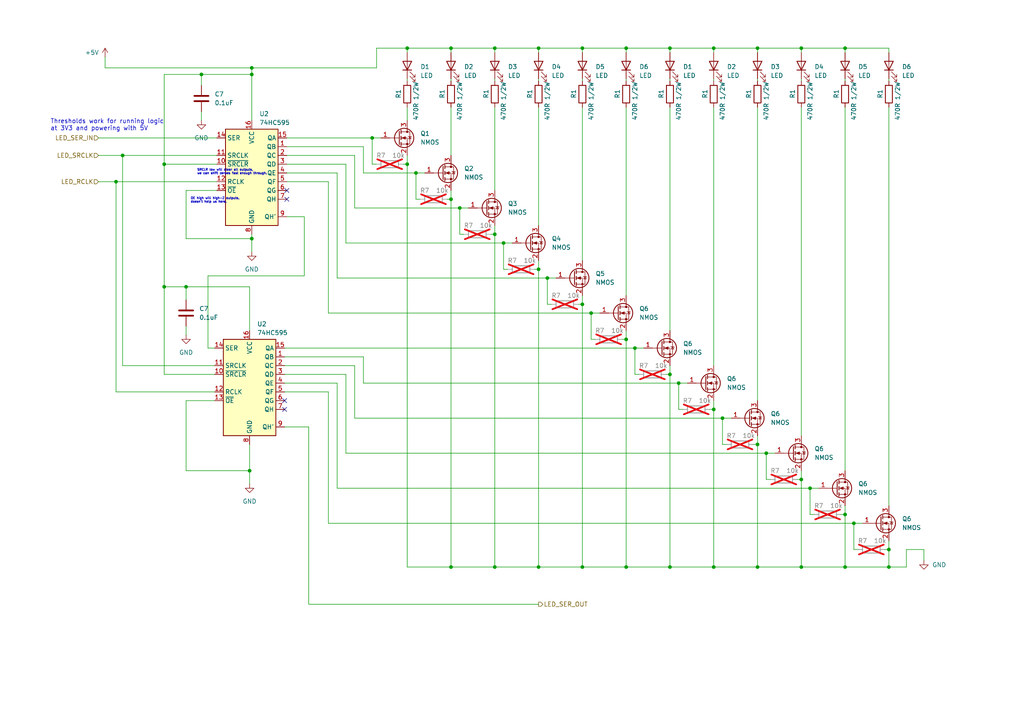
<source format=kicad_sch>
(kicad_sch (version 20230121) (generator eeschema)
  (paper "A4")
  (lib_symbols
    (symbol "74xx:74HC595"
      (property "Reference" "U" (at -7.62 13.97 0))
      (property "Value" "74HC595" (at -7.62 -16.51 0))
      (symbol "74HC595_1_0"
        (pin tri_state line (at 10.16 7.62 180) (length 2.54) (name "QB") (number "1"))
        (pin input line (at -10.16 2.54 0) (length 2.54) (name "~{SRCLR}") (number "10"))
        (pin input line (at -10.16 5.08 0) (length 2.54) (name "SRCLK") (number "11"))
        (pin input line (at -10.16 -2.54 0) (length 2.54) (name "RCLK") (number "12"))
        (pin input line (at -10.16 -5.08 0) (length 2.54) (name "~{OE}") (number "13"))
        (pin input line (at -10.16 10.16 0) (length 2.54) (name "SER") (number "14"))
        (pin tri_state line (at 10.16 10.16 180) (length 2.54) (name "QA") (number "15"))
        (pin power_in line (at 0 15.24 270) (length 2.54) (name "VCC") (number "16"))
        (pin tri_state line (at 10.16 5.08 180) (length 2.54) (name "QC") (number "2"))
        (pin tri_state line (at 10.16 2.54 180) (length 2.54) (name "QD") (number "3"))
        (pin tri_state line (at 10.16 0 180) (length 2.54) (name "QE") (number "4"))
        (pin tri_state line (at 10.16 -2.54 180) (length 2.54) (name "QF") (number "5"))
        (pin tri_state line (at 10.16 -5.08 180) (length 2.54) (name "QG") (number "6"))
        (pin tri_state line (at 10.16 -7.62 180) (length 2.54) (name "QH") (number "7"))
        (pin power_in line (at 0 -17.78 90) (length 2.54) (name "GND") (number "8"))
        (pin output line (at 10.16 -12.7 180) (length 2.54) (name "QH'") (number "9"))
      )
      (symbol "74HC595_1_1"
        (rectangle (start -7.62 12.7) (end 7.62 -15.24) (stroke (width 0.254)) (fill (type background)))
      )
    )
    (symbol "Device:C" (pin_numbers hide) (pin_names (offset 0.254))
      (property "Reference" "C" (at 0.635 2.54 0))
      (property "Value" "C" (at 0.635 -2.54 0))
      (symbol "C_0_1"
        (polyline (pts (xy -2.032 -0.762) (xy 2.032 -0.762)) (stroke (width 0.508)))
        (polyline (pts (xy -2.032 0.762) (xy 2.032 0.762)) (stroke (width 0.508)))
      )
      (symbol "C_1_1"
        (pin passive line (at 0 3.81 270) (length 2.794) (name "~") (number "1"))
        (pin passive line (at 0 -3.81 90) (length 2.794) (name "~") (number "2"))
      )
    )
    (symbol "Device:LED" (pin_numbers hide) (pin_names (offset 1.016) hide)
      (property "Reference" "D" (at 0 2.54 0))
      (property "Value" "LED" (at 0 -2.54 0))
      (symbol "LED_0_1"
        (polyline (pts (xy -1.27 -1.27) (xy -1.27 1.27)) (stroke (width 0.254)))
        (polyline (pts (xy -1.27 0) (xy 1.27 0)))
        (polyline (pts (xy 1.27 -1.27) (xy 1.27 1.27) (xy -1.27 0) (xy 1.27 -1.27)) (stroke (width 0.254)))
        (polyline (pts (xy -3.048 -0.762) (xy -4.572 -2.286) (xy -3.81 -2.286) (xy -4.572 -2.286) (xy -4.572 -1.524)))
        (polyline (pts (xy -1.778 -0.762) (xy -3.302 -2.286) (xy -2.54 -2.286) (xy -3.302 -2.286) (xy -3.302 -1.524)))
      )
      (symbol "LED_1_1"
        (pin passive line (at -3.81 0 0) (length 2.54) (name "K") (number "1"))
        (pin passive line (at 3.81 0 180) (length 2.54) (name "A") (number "2"))
      )
    )
    (symbol "Device:Q_NMOS_GSD" (pin_names (offset 0) hide)
      (property "Reference" "Q" (at 5.08 1.27 0))
      (property "Value" "Q_NMOS_GSD" (at 5.08 -1.27 0))
      (symbol "Q_NMOS_GSD_0_1"
        (polyline (pts (xy 0.254 0) (xy -2.54 0)))
        (polyline (pts (xy 0.254 1.905) (xy 0.254 -1.905)) (stroke (width 0.254)))
        (polyline (pts (xy 0.762 -1.27) (xy 0.762 -2.286)) (stroke (width 0.254)))
        (polyline (pts (xy 0.762 0.508) (xy 0.762 -0.508)) (stroke (width 0.254)))
        (polyline (pts (xy 0.762 2.286) (xy 0.762 1.27)) (stroke (width 0.254)))
        (polyline (pts (xy 2.54 2.54) (xy 2.54 1.778)))
        (polyline (pts (xy 2.54 -2.54) (xy 2.54 0) (xy 0.762 0)))
        (polyline (pts (xy 0.762 -1.778) (xy 3.302 -1.778) (xy 3.302 1.778) (xy 0.762 1.778)))
        (polyline (pts (xy 1.016 0) (xy 2.032 0.381) (xy 2.032 -0.381) (xy 1.016 0)) (fill (type outline)))
        (polyline (pts (xy 2.794 0.508) (xy 2.921 0.381) (xy 3.683 0.381) (xy 3.81 0.254)))
        (polyline (pts (xy 3.302 0.381) (xy 2.921 -0.254) (xy 3.683 -0.254) (xy 3.302 0.381)))
        (circle (center 1.651 0) (radius 2.794) (stroke (width 0.254)))
        (circle (center 2.54 -1.778) (radius 0.254) (fill (type outline)))
        (circle (center 2.54 1.778) (radius 0.254) (fill (type outline)))
      )
      (symbol "Q_NMOS_GSD_1_1"
        (pin input line (at -5.08 0 0) (length 2.54) (name "G") (number "1"))
        (pin passive line (at 2.54 -5.08 90) (length 2.54) (name "S") (number "2"))
        (pin passive line (at 2.54 5.08 270) (length 2.54) (name "D") (number "3"))
      )
    )
    (symbol "Device:R" (pin_numbers hide) (pin_names (offset 0))
      (property "Reference" "R" (at 2.032 0 90))
      (property "Value" "R" (at 0 0 90))
      (symbol "R_0_1"
        (rectangle (start -1.016 -2.54) (end 1.016 2.54) (stroke (width 0.254)))
      )
      (symbol "R_1_1"
        (pin passive line (at 0 3.81 270) (length 1.27) (name "~") (number "1"))
        (pin passive line (at 0 -3.81 90) (length 1.27) (name "~") (number "2"))
      )
    )
    (symbol "power:+5V" (power) (pin_names (offset 0))
      (property "Value" "+5V" (at 0 3.556 0))
      (symbol "+5V_0_1"
        (polyline (pts (xy -0.762 1.27) (xy 0 2.54)))
        (polyline (pts (xy 0 0) (xy 0 2.54)))
        (polyline (pts (xy 0 2.54) (xy 0.762 1.27)))
      )
      (symbol "+5V_1_1"
        (pin power_in line (at 0 0 90) (length 0) hide (name "+5V") (number "1"))
      )
    )
    (symbol "power:GND" (power) (pin_names (offset 0))
      (property "Value" "GND" (at 0 -3.81 0))
      (symbol "GND_0_1"
        (polyline (pts (xy 0 0) (xy 0 -1.27) (xy 1.27 -1.27) (xy 0 -2.54) (xy -1.27 -1.27) (xy 0 -1.27)))
      )
      (symbol "GND_1_1"
        (pin power_in line (at 0 0 270) (length 0) hide (name "GND") (number "1"))
      )
    )
  )
  (junction (at 168.91 88.265))
  (junction (at 234.95 141.605))
  (junction (at 118.11 47.625))
  (junction (at 47.625 47.625))
  (junction (at 158.75 80.645))
  (junction (at 143.51 164.465))
  (junction (at 194.31 13.97))
  (junction (at 53.975 83.185))
  (junction (at 181.61 13.97))
  (junction (at 257.81 164.465))
  (junction (at 247.65 151.765))
  (junction (at 196.85 111.125))
  (junction (at 133.35 60.325))
  (junction (at 146.05 70.485))
  (junction (at 181.61 98.425))
  (junction (at 207.01 13.97))
  (junction (at 219.71 164.465))
  (junction (at 130.81 57.785))
  (junction (at 73.025 21.59))
  (junction (at 232.41 164.465))
  (junction (at 120.65 50.165))
  (junction (at 143.51 13.97))
  (junction (at 47.625 83.185))
  (junction (at 222.25 131.445))
  (junction (at 156.21 13.97))
  (junction (at 245.11 13.97))
  (junction (at 194.31 108.585))
  (junction (at 118.11 13.97))
  (junction (at 130.81 164.465))
  (junction (at 35.56 45.085))
  (junction (at 194.31 164.465))
  (junction (at 245.11 149.225))
  (junction (at 245.11 164.465))
  (junction (at 58.42 21.59))
  (junction (at 130.81 13.97))
  (junction (at 232.41 139.065))
  (junction (at 207.01 164.465))
  (junction (at 181.61 164.465))
  (junction (at 219.71 13.97))
  (junction (at 171.45 90.805))
  (junction (at 107.95 40.005))
  (junction (at 207.01 118.745))
  (junction (at 184.15 100.965))
  (junction (at 33.655 52.705))
  (junction (at 156.21 78.105))
  (junction (at 72.39 136.525))
  (junction (at 73.025 19.685))
  (junction (at 73.025 69.215))
  (junction (at 143.51 67.945))
  (junction (at 168.91 13.97))
  (junction (at 209.55 121.285))
  (junction (at 168.91 164.465))
  (junction (at 156.21 164.465))
  (junction (at 232.41 13.97))
  (junction (at 219.71 128.905))
  (junction (at 257.81 159.385))
  (no_connect (at 82.55 116.205))
  (no_connect (at 83.185 57.785))
  (no_connect (at 82.55 118.745))
  (no_connect (at 83.185 55.245))
  (wire (pts (xy 156.21 31.115) (xy 156.21 65.405)))
  (wire (pts (xy 88.265 62.865) (xy 88.265 80.01)))
  (wire (pts (xy 219.71 128.905) (xy 219.71 164.465)))
  (wire (pts (xy 105.41 42.545) (xy 105.41 50.165)))
  (wire (pts (xy 219.71 13.97) (xy 232.41 13.97)))
  (wire (pts (xy 100.33 108.585) (xy 100.33 131.445)))
  (wire (pts (xy 100.33 108.585) (xy 82.55 108.585)))
  (wire (pts (xy 47.625 83.185) (xy 47.625 108.585)))
  (wire (pts (xy 219.71 31.115) (xy 219.71 116.205)))
  (wire (pts (xy 53.975 116.205) (xy 53.975 136.525)))
  (wire (pts (xy 257.81 22.86) (xy 257.81 23.495)))
  (wire (pts (xy 168.91 85.725) (xy 168.91 88.265)))
  (wire (pts (xy 109.22 13.97) (xy 118.11 13.97)))
  (wire (pts (xy 154.94 78.105) (xy 156.21 78.105)))
  (wire (pts (xy 118.11 22.86) (xy 118.11 23.495)))
  (wire (pts (xy 168.91 88.265) (xy 168.91 164.465)))
  (wire (pts (xy 100.33 47.625) (xy 83.185 47.625)))
  (wire (pts (xy 194.31 13.97) (xy 207.01 13.97)))
  (wire (pts (xy 53.975 55.245) (xy 53.975 69.215)))
  (wire (pts (xy 73.025 19.685) (xy 109.22 19.685)))
  (wire (pts (xy 107.95 40.005) (xy 110.49 40.005)))
  (wire (pts (xy 130.81 13.97) (xy 143.51 13.97)))
  (wire (pts (xy 47.625 21.59) (xy 58.42 21.59)))
  (wire (pts (xy 232.41 22.86) (xy 232.41 23.495)))
  (wire (pts (xy 156.21 13.97) (xy 168.91 13.97)))
  (wire (pts (xy 130.81 22.86) (xy 130.81 23.495)))
  (wire (pts (xy 58.42 32.385) (xy 58.42 34.925)))
  (wire (pts (xy 257.81 31.115) (xy 257.81 146.685)))
  (wire (pts (xy 209.55 121.285) (xy 212.09 121.285)))
  (wire (pts (xy 97.79 80.645) (xy 158.75 80.645)))
  (wire (pts (xy 28.575 40.005) (xy 62.865 40.005)))
  (wire (pts (xy 198.12 118.745) (xy 196.85 118.745)))
  (wire (pts (xy 245.11 31.115) (xy 245.11 136.525)))
  (wire (pts (xy 130.81 57.785) (xy 130.81 164.465)))
  (wire (pts (xy 100.33 70.485) (xy 146.05 70.485)))
  (wire (pts (xy 207.01 116.205) (xy 207.01 118.745)))
  (wire (pts (xy 196.85 111.125) (xy 199.39 111.125)))
  (wire (pts (xy 245.11 164.465) (xy 257.81 164.465)))
  (wire (pts (xy 234.95 149.225) (xy 234.95 141.605)))
  (wire (pts (xy 97.79 141.605) (xy 234.95 141.605)))
  (wire (pts (xy 97.79 111.125) (xy 82.55 111.125)))
  (wire (pts (xy 218.44 128.905) (xy 219.71 128.905)))
  (wire (pts (xy 33.655 113.665) (xy 62.23 113.665)))
  (wire (pts (xy 232.41 136.525) (xy 232.41 139.065)))
  (wire (pts (xy 72.39 136.525) (xy 72.39 140.335)))
  (wire (pts (xy 168.91 13.97) (xy 181.61 13.97)))
  (wire (pts (xy 158.75 80.645) (xy 161.29 80.645)))
  (wire (pts (xy 209.55 128.905) (xy 209.55 121.285)))
  (wire (pts (xy 89.535 123.825) (xy 89.535 175.26)))
  (wire (pts (xy 97.79 50.165) (xy 97.79 80.645)))
  (wire (pts (xy 181.61 95.885) (xy 181.61 98.425)))
  (wire (pts (xy 181.61 22.86) (xy 181.61 23.495)))
  (wire (pts (xy 194.31 164.465) (xy 207.01 164.465)))
  (wire (pts (xy 143.51 164.465) (xy 156.21 164.465)))
  (wire (pts (xy 143.51 13.97) (xy 156.21 13.97)))
  (wire (pts (xy 232.41 31.115) (xy 232.41 126.365)))
  (wire (pts (xy 118.11 13.97) (xy 130.81 13.97)))
  (wire (pts (xy 53.975 94.615) (xy 53.975 97.155)))
  (wire (pts (xy 82.55 106.045) (xy 102.87 106.045)))
  (wire (pts (xy 194.31 106.045) (xy 194.31 108.585)))
  (wire (pts (xy 100.33 47.625) (xy 100.33 70.485)))
  (wire (pts (xy 47.625 83.185) (xy 53.975 83.185)))
  (wire (pts (xy 168.91 31.115) (xy 168.91 75.565)))
  (wire (pts (xy 181.61 31.115) (xy 181.61 85.725)))
  (wire (pts (xy 143.51 13.97) (xy 143.51 15.24)))
  (wire (pts (xy 245.11 146.685) (xy 245.11 149.225)))
  (wire (pts (xy 102.87 60.325) (xy 133.35 60.325)))
  (wire (pts (xy 156.21 22.86) (xy 156.21 23.495)))
  (wire (pts (xy 146.05 78.105) (xy 146.05 70.485)))
  (wire (pts (xy 172.72 98.425) (xy 171.45 98.425)))
  (wire (pts (xy 28.575 45.085) (xy 35.56 45.085)))
  (wire (pts (xy 53.975 83.185) (xy 72.39 83.185)))
  (wire (pts (xy 248.92 159.385) (xy 247.65 159.385)))
  (wire (pts (xy 181.61 13.97) (xy 181.61 15.24)))
  (wire (pts (xy 247.65 151.765) (xy 250.19 151.765)))
  (wire (pts (xy 232.41 139.065) (xy 232.41 164.465)))
  (wire (pts (xy 219.71 13.97) (xy 219.71 15.24)))
  (wire (pts (xy 105.41 42.545) (xy 83.185 42.545)))
  (wire (pts (xy 95.25 90.805) (xy 171.45 90.805)))
  (wire (pts (xy 181.61 164.465) (xy 194.31 164.465)))
  (wire (pts (xy 223.52 139.065) (xy 222.25 139.065)))
  (wire (pts (xy 97.79 111.125) (xy 97.79 141.605)))
  (wire (pts (xy 184.15 100.965) (xy 186.69 100.965)))
  (wire (pts (xy 142.24 67.945) (xy 143.51 67.945)))
  (wire (pts (xy 158.75 88.265) (xy 158.75 80.645)))
  (wire (pts (xy 184.15 108.585) (xy 184.15 100.965)))
  (wire (pts (xy 146.05 70.485) (xy 148.59 70.485)))
  (wire (pts (xy 82.55 103.505) (xy 105.41 103.505)))
  (wire (pts (xy 219.71 126.365) (xy 219.71 128.905)))
  (wire (pts (xy 245.11 13.97) (xy 245.11 15.24)))
  (wire (pts (xy 193.04 108.585) (xy 194.31 108.585)))
  (wire (pts (xy 130.81 31.115) (xy 130.81 45.085)))
  (wire (pts (xy 156.21 75.565) (xy 156.21 78.105)))
  (wire (pts (xy 257.81 13.97) (xy 257.81 15.24)))
  (wire (pts (xy 73.025 21.59) (xy 73.025 34.925)))
  (wire (pts (xy 73.025 19.685) (xy 73.025 21.59)))
  (wire (pts (xy 53.975 69.215) (xy 73.025 69.215)))
  (wire (pts (xy 95.25 151.765) (xy 247.65 151.765)))
  (wire (pts (xy 231.14 139.065) (xy 232.41 139.065)))
  (wire (pts (xy 181.61 13.97) (xy 194.31 13.97)))
  (wire (pts (xy 267.97 162.56) (xy 267.97 159.385)))
  (wire (pts (xy 194.31 31.115) (xy 194.31 95.885)))
  (wire (pts (xy 234.95 141.605) (xy 237.49 141.605)))
  (wire (pts (xy 102.87 45.085) (xy 102.87 60.325)))
  (wire (pts (xy 60.325 100.965) (xy 62.23 100.965)))
  (wire (pts (xy 102.87 106.045) (xy 102.87 121.285)))
  (wire (pts (xy 205.74 118.745) (xy 207.01 118.745)))
  (wire (pts (xy 62.23 116.205) (xy 53.975 116.205)))
  (wire (pts (xy 180.34 98.425) (xy 181.61 98.425)))
  (wire (pts (xy 95.25 113.665) (xy 82.55 113.665)))
  (wire (pts (xy 194.31 108.585) (xy 194.31 164.465)))
  (wire (pts (xy 62.23 108.585) (xy 47.625 108.585)))
  (wire (pts (xy 194.31 22.86) (xy 194.31 23.495)))
  (wire (pts (xy 222.25 139.065) (xy 222.25 131.445)))
  (wire (pts (xy 47.625 47.625) (xy 47.625 83.185)))
  (wire (pts (xy 185.42 108.585) (xy 184.15 108.585)))
  (wire (pts (xy 35.56 106.045) (xy 62.23 106.045)))
  (wire (pts (xy 196.85 118.745) (xy 196.85 111.125)))
  (wire (pts (xy 109.22 47.625) (xy 107.95 47.625)))
  (wire (pts (xy 257.81 159.385) (xy 257.81 164.465)))
  (wire (pts (xy 262.89 159.385) (xy 262.89 164.465)))
  (wire (pts (xy 245.11 13.97) (xy 257.81 13.97)))
  (wire (pts (xy 181.61 98.425) (xy 181.61 164.465)))
  (wire (pts (xy 73.025 69.215) (xy 73.025 73.025)))
  (wire (pts (xy 143.51 67.945) (xy 143.51 164.465)))
  (wire (pts (xy 156.21 164.465) (xy 168.91 164.465)))
  (wire (pts (xy 267.97 159.385) (xy 262.89 159.385)))
  (wire (pts (xy 88.265 80.01) (xy 60.325 80.01)))
  (wire (pts (xy 120.65 50.165) (xy 123.19 50.165)))
  (wire (pts (xy 245.11 22.86) (xy 245.11 23.495)))
  (wire (pts (xy 133.35 67.945) (xy 133.35 60.325)))
  (wire (pts (xy 95.25 52.705) (xy 95.25 90.805)))
  (wire (pts (xy 194.31 13.97) (xy 194.31 15.24)))
  (wire (pts (xy 156.21 78.105) (xy 156.21 164.465)))
  (wire (pts (xy 72.39 128.905) (xy 72.39 136.525)))
  (wire (pts (xy 118.11 164.465) (xy 130.81 164.465)))
  (wire (pts (xy 160.02 88.265) (xy 158.75 88.265)))
  (wire (pts (xy 167.64 88.265) (xy 168.91 88.265)))
  (wire (pts (xy 62.865 55.245) (xy 53.975 55.245)))
  (wire (pts (xy 168.91 164.465) (xy 181.61 164.465)))
  (wire (pts (xy 156.21 13.97) (xy 156.21 15.24)))
  (wire (pts (xy 83.185 40.005) (xy 107.95 40.005)))
  (wire (pts (xy 82.55 123.825) (xy 89.535 123.825)))
  (wire (pts (xy 130.81 13.97) (xy 130.81 15.24)))
  (wire (pts (xy 207.01 22.86) (xy 207.01 23.495)))
  (wire (pts (xy 143.51 22.86) (xy 143.51 23.495)))
  (wire (pts (xy 129.54 57.785) (xy 130.81 57.785)))
  (wire (pts (xy 62.865 47.625) (xy 47.625 47.625)))
  (wire (pts (xy 256.54 159.385) (xy 257.81 159.385)))
  (wire (pts (xy 143.51 31.115) (xy 143.51 55.245)))
  (wire (pts (xy 168.91 22.86) (xy 168.91 23.495)))
  (wire (pts (xy 207.01 13.97) (xy 219.71 13.97)))
  (wire (pts (xy 207.01 118.745) (xy 207.01 164.465)))
  (wire (pts (xy 73.025 67.945) (xy 73.025 69.215)))
  (wire (pts (xy 105.41 103.505) (xy 105.41 111.125)))
  (wire (pts (xy 72.39 83.185) (xy 72.39 95.885)))
  (wire (pts (xy 121.92 57.785) (xy 120.65 57.785)))
  (wire (pts (xy 168.91 13.97) (xy 168.91 15.24)))
  (wire (pts (xy 130.81 55.245) (xy 130.81 57.785)))
  (wire (pts (xy 243.84 149.225) (xy 245.11 149.225)))
  (wire (pts (xy 147.32 78.105) (xy 146.05 78.105)))
  (wire (pts (xy 100.33 131.445) (xy 222.25 131.445)))
  (wire (pts (xy 30.48 19.685) (xy 73.025 19.685)))
  (wire (pts (xy 82.55 100.965) (xy 184.15 100.965)))
  (wire (pts (xy 35.56 45.085) (xy 35.56 106.045)))
  (wire (pts (xy 207.01 31.115) (xy 207.01 106.045)))
  (wire (pts (xy 118.11 13.97) (xy 118.11 15.24)))
  (wire (pts (xy 222.25 131.445) (xy 224.79 131.445)))
  (wire (pts (xy 107.95 47.625) (xy 107.95 40.005)))
  (wire (pts (xy 33.655 52.705) (xy 33.655 113.665)))
  (wire (pts (xy 95.25 52.705) (xy 83.185 52.705)))
  (wire (pts (xy 58.42 21.59) (xy 73.025 21.59)))
  (wire (pts (xy 89.535 175.26) (xy 156.21 175.26)))
  (wire (pts (xy 95.25 113.665) (xy 95.25 151.765)))
  (wire (pts (xy 171.45 90.805) (xy 173.99 90.805)))
  (wire (pts (xy 83.185 62.865) (xy 88.265 62.865)))
  (wire (pts (xy 83.185 45.085) (xy 102.87 45.085)))
  (wire (pts (xy 219.71 164.465) (xy 232.41 164.465)))
  (wire (pts (xy 232.41 164.465) (xy 245.11 164.465)))
  (wire (pts (xy 262.89 164.465) (xy 257.81 164.465)))
  (wire (pts (xy 53.975 86.995) (xy 53.975 83.185)))
  (wire (pts (xy 118.11 45.085) (xy 118.11 47.625)))
  (wire (pts (xy 102.87 121.285) (xy 209.55 121.285)))
  (wire (pts (xy 118.11 47.625) (xy 118.11 164.465)))
  (wire (pts (xy 130.81 164.465) (xy 143.51 164.465)))
  (wire (pts (xy 83.185 50.165) (xy 97.79 50.165)))
  (wire (pts (xy 47.625 21.59) (xy 47.625 47.625)))
  (wire (pts (xy 120.65 57.785) (xy 120.65 50.165)))
  (wire (pts (xy 58.42 21.59) (xy 58.42 24.765)))
  (wire (pts (xy 33.655 52.705) (xy 62.865 52.705)))
  (wire (pts (xy 133.35 60.325) (xy 135.89 60.325)))
  (wire (pts (xy 143.51 65.405) (xy 143.51 67.945)))
  (wire (pts (xy 257.81 156.845) (xy 257.81 159.385)))
  (wire (pts (xy 116.84 47.625) (xy 118.11 47.625)))
  (wire (pts (xy 105.41 111.125) (xy 196.85 111.125)))
  (wire (pts (xy 219.71 22.86) (xy 219.71 23.495)))
  (wire (pts (xy 236.22 149.225) (xy 234.95 149.225)))
  (wire (pts (xy 53.975 136.525) (xy 72.39 136.525)))
  (wire (pts (xy 118.11 31.115) (xy 118.11 34.925)))
  (wire (pts (xy 207.01 13.97) (xy 207.01 15.24)))
  (wire (pts (xy 207.01 164.465) (xy 219.71 164.465)))
  (wire (pts (xy 109.22 19.685) (xy 109.22 13.97)))
  (wire (pts (xy 30.48 16.51) (xy 30.48 19.685)))
  (wire (pts (xy 171.45 98.425) (xy 171.45 90.805)))
  (wire (pts (xy 245.11 149.225) (xy 245.11 164.465)))
  (wire (pts (xy 105.41 50.165) (xy 120.65 50.165)))
  (wire (pts (xy 232.41 13.97) (xy 245.11 13.97)))
  (wire (pts (xy 60.325 80.01) (xy 60.325 100.965)))
  (wire (pts (xy 210.82 128.905) (xy 209.55 128.905)))
  (wire (pts (xy 28.575 52.705) (xy 33.655 52.705)))
  (wire (pts (xy 247.65 159.385) (xy 247.65 151.765)))
  (wire (pts (xy 232.41 13.97) (xy 232.41 15.24)))
  (wire (pts (xy 35.56 45.085) (xy 62.865 45.085)))
  (wire (pts (xy 134.62 67.945) (xy 133.35 67.945)))
  (text "SRCLR low will clear all outputs,\nwe can shift zeroes fast enough through." (at 57.15 50.8 0) (effects (font (size 0.635 0.635)) (justify left bottom)))
  (text "Thresholds work for running logic\nat 3V3 and powering with 5V" (at 14.605 38.1 0) (effects (font (size 1.27 1.27)) (justify left bottom)))
  (text "OE high will high-Z outputs,\ndoesn't help us here." (at 55.245 59.055 0) (effects (font (size 0.635 0.635)) (justify left bottom)))
  (hierarchical_label "LED_SRCLK" (shape input) (at 28.575 45.085 180))
  (hierarchical_label "LED_SER_OUT" (shape output) (at 156.21 175.26 0))
  (hierarchical_label "LED_SER_IN" (shape input) (at 28.575 40.005 180))
  (hierarchical_label "LED_RCLK" (shape input) (at 28.575 52.705 180))
  (symbol (lib_id "Device:LED") (at 232.41 19.05 90) (unit 1)
    (property "Reference" "D4" (at 236.22 19.3675 90) (effects (justify right)))
    (property "Value" "LED" (at 236.22 21.9075 90) (effects (justify right)))
    (property "Footprint" "LED_SMD:LED_SunLED_XZ_Reverse_Mount_Cut_Pads" (effects hide))
    (instances (project "button-board" (path "" (reference "D4") (unit 1)) (path "" (reference "D25") (unit 1)) (path "" (reference "D16") (unit 1)) (path "" (reference "D22") (unit 1))))
  )
  (symbol (lib_id "Device:Q_NMOS_GSD") (at 217.17 121.285 0) (unit 1)
    (property "Reference" "Q6" (at 223.52 120.015 0) (effects (justify left)))
    (property "Value" "NMOS" (at 223.52 122.555 0) (effects (justify left)))
    (property "Footprint" "Package_TO_SOT_SMD:TSOT-23" (effects hide))
    (property "Link" "https://www.digikey.de/en/products/detail/anbon-semiconductor-int-l-limited/AS2302/16708469" (effects hide))
    (property "MPN" "AS2302" (effects hide))
    (instances (project "button-board" (path "" (reference "Q6") (unit 1)) (path "" (reference "Q22") (unit 1)) (path "" (reference "Q18") (unit 1)) (path "" (reference "Q21") (unit 1))))
  )
  (symbol (lib_id "power:GND") (at 58.42 34.925 0) (unit 1)
    (property "Reference" "#PWR037" (effects hide))
    (property "Value" "GND" (at 58.42 40.005 0))
    (instances (project "button-board" (path "" (reference "#PWR037") (unit 1)) (path "" (reference "#PWR013") (unit 1)) (path "" (reference "#PWR035") (unit 1))))
  )
  (symbol (lib_id "Device:LED") (at 219.71 19.05 90) (unit 1)
    (property "Reference" "D3" (at 223.52 19.3675 90) (effects (justify right)))
    (property "Value" "LED" (at 223.52 21.9075 90) (effects (justify right)))
    (property "Footprint" "LED_SMD:LED_SunLED_XZ_Reverse_Mount_Cut_Pads" (effects hide))
    (instances (project "button-board" (path "" (reference "D3") (unit 1)) (path "" (reference "D24") (unit 1)) (path "" (reference "D15") (unit 1)) (path "" (reference "D21") (unit 1))))
  )
  (symbol (lib_id "Device:R") (at 130.81 27.305 0) (unit 1)
    (property "Reference" "R1" (at 128.27 28.575 90) (effects (justify left)))
    (property "Value" "470R 1/2W" (at 133.35 34.925 90) (effects (justify left)))
    (property "Footprint" "Resistor_SMD:R_1206_3216Metric" (effects hide))
    (property "MPN" "ERJ-P08J471V" (effects hide))
    (property "Link" "https://www.digikey.de/en/products/detail/panasonic-electronic-components/ERJ-P08J471V/525396" (effects hide))
    (instances (project "button-board" (path "" (reference "R1") (unit 1)) (path "" (reference "R51") (unit 1)) (path "" (reference "R36") (unit 1)) (path "" (reference "R4") (unit 1))))
  )
  (symbol (lib_id "power:GND") (at 53.975 97.155 0) (unit 1)
    (property "Reference" "#PWR038" (effects hide))
    (property "Value" "GND" (at 53.975 102.235 0))
    (instances (project "button-board" (path "" (reference "#PWR038") (unit 1)) (path "" (reference "#PWR013") (unit 1)) (path "" (reference "#PWR035") (unit 1))))
  )
  (symbol (lib_id "Device:R") (at 118.11 27.305 0) (unit 1)
    (property "Reference" "R1" (at 115.57 28.575 90) (effects (justify left)))
    (property "Value" "470R 1/2W" (at 120.65 34.925 90) (effects (justify left)))
    (property "Footprint" "Resistor_SMD:R_1206_3216Metric" (effects hide))
    (property "MPN" "ERJ-P08J471V" (effects hide))
    (property "Link" "https://www.digikey.de/en/products/detail/panasonic-electronic-components/ERJ-P08J471V/525396" (effects hide))
    (instances (project "button-board" (path "" (reference "R1") (unit 1)) (path "" (reference "R49") (unit 1)) (path "" (reference "R36") (unit 1)) (path "" (reference "R3") (unit 1))))
  )
  (symbol (lib_id "Device:LED") (at 245.11 19.05 90) (unit 1)
    (property "Reference" "D5" (at 248.92 19.3675 90) (effects (justify right)))
    (property "Value" "LED" (at 248.92 21.9075 90) (effects (justify right)))
    (property "Footprint" "LED_SMD:LED_SunLED_XZ_Reverse_Mount_Cut_Pads" (effects hide))
    (instances (project "button-board" (path "" (reference "D5") (unit 1)) (path "" (reference "D26") (unit 1)) (path "" (reference "D17") (unit 1)) (path "" (reference "D23") (unit 1))))
  )
  (symbol (lib_id "Device:Q_NMOS_GSD") (at 115.57 40.005 0) (unit 1)
    (property "Reference" "Q1" (at 121.92 38.735 0) (effects (justify left)))
    (property "Value" "NMOS" (at 121.92 41.275 0) (effects (justify left)))
    (property "Footprint" "Package_TO_SOT_SMD:TSOT-23" (effects hide))
    (property "Link" "https://www.digikey.de/en/products/detail/anbon-semiconductor-int-l-limited/AS2302/16708469" (effects hide))
    (property "MPN" "AS2302" (effects hide))
    (instances (project "button-board" (path "" (reference "Q1") (unit 1)) (path "" (reference "Q14") (unit 1)) (path "" (reference "Q13") (unit 1)) (path "" (reference "Q1") (unit 1))))
  )
  (symbol (lib_id "Device:LED") (at 181.61 19.05 90) (unit 1)
    (property "Reference" "D6" (at 185.42 19.3675 90) (effects (justify right)))
    (property "Value" "LED" (at 185.42 21.9075 90) (effects (justify right)))
    (property "Footprint" "LED_SMD:LED_SunLED_XZ_Reverse_Mount" (effects hide))
    (instances (project "button-board" (path "" (reference "D6") (unit 1)) (path "" (reference "D21") (unit 1)) (path "" (reference "D18") (unit 1)) (path "" (reference "D6") (unit 1))))
  )
  (symbol (lib_id "Device:R") (at 214.63 128.905 90) (unit 1) (in_bom no) (dnp yes)
    (property "Reference" "R7" (at 212.09 126.365 90))
    (property "Value" "10k" (at 217.17 126.365 90))
    (property "Footprint" "Resistor_SMD:R_0603_1608Metric" (effects hide))
    (instances (project "button-board" (path "" (reference "R7") (unit 1)) (path "" (reference "R64") (unit 1)) (path "" (reference "R59") (unit 1)) (path "" (reference "R102") (unit 1))))
  )
  (symbol (lib_id "Device:R") (at 151.13 78.105 90) (unit 1) (in_bom no) (dnp yes)
    (property "Reference" "R7" (at 148.59 75.565 90))
    (property "Value" "10k" (at 153.67 75.565 90))
    (property "Footprint" "Resistor_SMD:R_0603_1608Metric" (effects hide))
    (instances (project "button-board" (path "" (reference "R7") (unit 1)) (path "" (reference "R54") (unit 1)) (path "" (reference "R57") (unit 1)) (path "" (reference "R149") (unit 1))))
  )
  (symbol (lib_id "Device:R") (at 201.93 118.745 90) (unit 1) (in_bom no) (dnp yes)
    (property "Reference" "R7" (at 199.39 116.205 90))
    (property "Value" "10k" (at 204.47 116.205 90))
    (property "Footprint" "Resistor_SMD:R_0603_1608Metric" (effects hide))
    (instances (project "button-board" (path "" (reference "R7") (unit 1)) (path "" (reference "R62") (unit 1)) (path "" (reference "R59") (unit 1)) (path "" (reference "R73") (unit 1))))
  )
  (symbol (lib_id "Device:Q_NMOS_GSD") (at 179.07 90.805 0) (unit 1)
    (property "Reference" "Q6" (at 185.42 89.535 0) (effects (justify left)))
    (property "Value" "NMOS" (at 185.42 92.075 0) (effects (justify left)))
    (property "Footprint" "Package_TO_SOT_SMD:TSOT-23" (effects hide))
    (property "Link" "https://www.digikey.de/en/products/detail/anbon-semiconductor-int-l-limited/AS2302/16708469" (effects hide))
    (property "MPN" "AS2302" (effects hide))
    (instances (project "button-board" (path "" (reference "Q6") (unit 1)) (path "" (reference "Q19") (unit 1)) (path "" (reference "Q18") (unit 1)) (path "" (reference "Q6") (unit 1))))
  )
  (symbol (lib_id "Device:R") (at 232.41 27.305 0) (unit 1)
    (property "Reference" "R1" (at 229.87 28.575 90) (effects (justify left)))
    (property "Value" "470R 1/2W" (at 234.95 34.925 90) (effects (justify left)))
    (property "Footprint" "Resistor_SMD:R_1206_3216Metric" (effects hide))
    (property "MPN" "ERJ-P08J471V" (effects hide))
    (property "Link" "https://www.digikey.de/en/products/detail/panasonic-electronic-components/ERJ-P08J471V/525396" (effects hide))
    (instances (project "button-board" (path "" (reference "R1") (unit 1)) (path "" (reference "R67") (unit 1)) (path "" (reference "R36") (unit 1)) (path "" (reference "R50") (unit 1))))
  )
  (symbol (lib_id "Device:R") (at 219.71 27.305 0) (unit 1)
    (property "Reference" "R1" (at 217.17 28.575 90) (effects (justify left)))
    (property "Value" "470R 1/2W" (at 222.25 34.925 90) (effects (justify left)))
    (property "Footprint" "Resistor_SMD:R_1206_3216Metric" (effects hide))
    (property "MPN" "ERJ-P08J471V" (effects hide))
    (property "Link" "https://www.digikey.de/en/products/detail/panasonic-electronic-components/ERJ-P08J471V/525396" (effects hide))
    (instances (project "button-board" (path "" (reference "R1") (unit 1)) (path "" (reference "R65") (unit 1)) (path "" (reference "R36") (unit 1)) (path "" (reference "R49") (unit 1))))
  )
  (symbol (lib_id "Device:R") (at 257.81 27.305 0) (unit 1)
    (property "Reference" "R1" (at 255.27 28.575 90) (effects (justify left)))
    (property "Value" "470R 1/2W" (at 260.35 34.925 90) (effects (justify left)))
    (property "Footprint" "Resistor_SMD:R_1206_3216Metric" (effects hide))
    (property "MPN" "ERJ-P08J471V" (effects hide))
    (property "Link" "https://www.digikey.de/en/products/detail/panasonic-electronic-components/ERJ-P08J471V/525396" (effects hide))
    (instances (project "button-board" (path "" (reference "R1") (unit 1)) (path "" (reference "R71") (unit 1)) (path "" (reference "R36") (unit 1)) (path "" (reference "R64") (unit 1))))
  )
  (symbol (lib_id "Device:R") (at 227.33 139.065 90) (unit 1) (in_bom no) (dnp yes)
    (property "Reference" "R7" (at 224.79 136.525 90))
    (property "Value" "10k" (at 229.87 136.525 90))
    (property "Footprint" "Resistor_SMD:R_0603_1608Metric" (effects hide))
    (instances (project "button-board" (path "" (reference "R7") (unit 1)) (path "" (reference "R66") (unit 1)) (path "" (reference "R59") (unit 1)) (path "" (reference "R103") (unit 1))))
  )
  (symbol (lib_id "Device:R") (at 113.03 47.625 90) (unit 1) (in_bom no) (dnp yes)
    (property "Reference" "R7" (at 110.49 45.085 90))
    (property "Value" "10k" (at 115.57 45.085 90))
    (property "Footprint" "Resistor_SMD:R_0603_1608Metric" (effects hide))
    (instances (project "button-board" (path "" (reference "R7") (unit 1)) (path "" (reference "R48") (unit 1)) (path "" (reference "R47") (unit 1)) (path "" (reference "R101") (unit 1))))
  )
  (symbol (lib_id "Device:LED") (at 168.91 19.05 90) (unit 1)
    (property "Reference" "D5" (at 172.72 19.3675 90) (effects (justify right)))
    (property "Value" "LED" (at 172.72 21.9075 90) (effects (justify right)))
    (property "Footprint" "LED_SMD:LED_SunLED_XZ_Reverse_Mount" (effects hide))
    (instances (project "button-board" (path "" (reference "D5") (unit 1)) (path "" (reference "D20") (unit 1)) (path "" (reference "D17") (unit 1)) (path "" (reference "D5") (unit 1))))
  )
  (symbol (lib_id "Device:C") (at 58.42 28.575 0) (unit 1)
    (property "Reference" "C7" (at 62.23 27.305 0) (effects (justify left)))
    (property "Value" "0.1uF" (at 62.23 29.845 0) (effects (justify left)))
    (property "Footprint" "Capacitor_SMD:C_0603_1608Metric" (effects hide))
    (instances (project "button-board" (path "" (reference "C7") (unit 1)) (path "" (reference "C11") (unit 1)) (path "" (reference "C13") (unit 1))))
  )
  (symbol (lib_id "power:+5V") (at 30.48 16.51 0) (unit 1)
    (property "Reference" "#PWR03" (effects hide))
    (property "Value" "+5V" (at 26.67 15.24 0))
    (instances (project "button-board" (path "" (reference "#PWR03") (unit 1)) (path "" (reference "#PWR021") (unit 1)) (path "" (reference "#PWR010") (unit 1)) (path "" (reference "#PWR03") (unit 1))))
  )
  (symbol (lib_id "Device:LED") (at 143.51 19.05 90) (unit 1)
    (property "Reference" "D3" (at 147.32 19.3675 90) (effects (justify right)))
    (property "Value" "LED" (at 147.32 21.9075 90) (effects (justify right)))
    (property "Footprint" "LED_SMD:LED_SunLED_XZ_Reverse_Mount" (effects hide))
    (instances (project "button-board" (path "" (reference "D3") (unit 1)) (path "" (reference "D18") (unit 1)) (path "" (reference "D15") (unit 1)) (path "" (reference "D3") (unit 1))))
  )
  (symbol (lib_id "Device:R") (at 138.43 67.945 90) (unit 1) (in_bom no) (dnp yes)
    (property "Reference" "R7" (at 135.89 65.405 90))
    (property "Value" "10k" (at 140.97 65.405 90))
    (property "Footprint" "Resistor_SMD:R_0603_1608Metric" (effects hide))
    (instances (project "button-board" (path "" (reference "R7") (unit 1)) (path "" (reference "R52") (unit 1)) (path "" (reference "R56") (unit 1)) (path "" (reference "R133") (unit 1))))
  )
  (symbol (lib_id "Device:R") (at 252.73 159.385 90) (unit 1) (in_bom no) (dnp yes)
    (property "Reference" "R7" (at 250.19 156.845 90))
    (property "Value" "10k" (at 255.27 156.845 90))
    (property "Footprint" "Resistor_SMD:R_0603_1608Metric" (effects hide))
    (instances (project "button-board" (path "" (reference "R7") (unit 1)) (path "" (reference "R70") (unit 1)) (path "" (reference "R59") (unit 1)) (path "" (reference "R105") (unit 1))))
  )
  (symbol (lib_id "Device:Q_NMOS_GSD") (at 166.37 80.645 0) (unit 1)
    (property "Reference" "Q5" (at 172.72 79.375 0) (effects (justify left)))
    (property "Value" "NMOS" (at 172.72 81.915 0) (effects (justify left)))
    (property "Footprint" "Package_TO_SOT_SMD:TSOT-23" (effects hide))
    (property "Link" "https://www.digikey.de/en/products/detail/anbon-semiconductor-int-l-limited/AS2302/16708469" (effects hide))
    (property "MPN" "AS2302" (effects hide))
    (instances (project "button-board" (path "" (reference "Q5") (unit 1)) (path "" (reference "Q18") (unit 1)) (path "" (reference "Q17") (unit 1)) (path "" (reference "Q5") (unit 1))))
  )
  (symbol (lib_id "Device:Q_NMOS_GSD") (at 255.27 151.765 0) (unit 1)
    (property "Reference" "Q6" (at 261.62 150.495 0) (effects (justify left)))
    (property "Value" "NMOS" (at 261.62 153.035 0) (effects (justify left)))
    (property "Footprint" "Package_TO_SOT_SMD:TSOT-23" (effects hide))
    (property "Link" "https://www.digikey.de/en/products/detail/anbon-semiconductor-int-l-limited/AS2302/16708469" (effects hide))
    (property "MPN" "AS2302" (effects hide))
    (instances (project "button-board" (path "" (reference "Q6") (unit 1)) (path "" (reference "Q25") (unit 1)) (path "" (reference "Q18") (unit 1)) (path "" (reference "Q24") (unit 1))))
  )
  (symbol (lib_id "Device:R") (at 194.31 27.305 0) (unit 1)
    (property "Reference" "R1" (at 191.77 28.575 90) (effects (justify left)))
    (property "Value" "470R 1/2W" (at 196.85 34.925 90) (effects (justify left)))
    (property "Footprint" "Resistor_SMD:R_1206_3216Metric" (effects hide))
    (property "MPN" "ERJ-P08J471V" (effects hide))
    (property "Link" "https://www.digikey.de/en/products/detail/panasonic-electronic-components/ERJ-P08J471V/525396" (effects hide))
    (instances (project "button-board" (path "" (reference "R1") (unit 1)) (path "" (reference "R61") (unit 1)) (path "" (reference "R36") (unit 1)) (path "" (reference "R1") (unit 1))))
  )
  (symbol (lib_id "Device:Q_NMOS_GSD") (at 204.47 111.125 0) (unit 1)
    (property "Reference" "Q6" (at 210.82 109.855 0) (effects (justify left)))
    (property "Value" "NMOS" (at 210.82 112.395 0) (effects (justify left)))
    (property "Footprint" "Package_TO_SOT_SMD:TSOT-23" (effects hide))
    (property "Link" "https://www.digikey.de/en/products/detail/anbon-semiconductor-int-l-limited/AS2302/16708469" (effects hide))
    (property "MPN" "AS2302" (effects hide))
    (instances (project "button-board" (path "" (reference "Q6") (unit 1)) (path "" (reference "Q21") (unit 1)) (path "" (reference "Q18") (unit 1)) (path "" (reference "Q20") (unit 1))))
  )
  (symbol (lib_id "Device:R") (at 189.23 108.585 90) (unit 1) (in_bom no) (dnp yes)
    (property "Reference" "R7" (at 186.69 106.045 90))
    (property "Value" "10k" (at 191.77 106.045 90))
    (property "Footprint" "Resistor_SMD:R_0603_1608Metric" (effects hide))
    (instances (project "button-board" (path "" (reference "R7") (unit 1)) (path "" (reference "R60") (unit 1)) (path "" (reference "R59") (unit 1)) (path "" (reference "R65") (unit 1))))
  )
  (symbol (lib_id "power:GND") (at 73.025 73.025 0) (unit 1)
    (property "Reference" "#PWR023" (effects hide))
    (property "Value" "GND" (at 73.025 78.105 0))
    (instances (project "button-board" (path "" (reference "#PWR023") (unit 1)) (path "" (reference "#PWR013") (unit 1)) (path "" (reference "#PWR021") (unit 1))))
  )
  (symbol (lib_id "Device:Q_NMOS_GSD") (at 128.27 50.165 0) (unit 1)
    (property "Reference" "Q2" (at 134.62 48.895 0) (effects (justify left)))
    (property "Value" "NMOS" (at 134.62 51.435 0) (effects (justify left)))
    (property "Footprint" "Package_TO_SOT_SMD:TSOT-23" (effects hide))
    (property "Link" "https://www.digikey.de/en/products/detail/anbon-semiconductor-int-l-limited/AS2302/16708469" (effects hide))
    (property "MPN" "AS2302" (effects hide))
    (instances (project "button-board" (path "" (reference "Q2") (unit 1)) (path "" (reference "Q15") (unit 1)) (path "" (reference "Q14") (unit 1)) (path "" (reference "Q2") (unit 1))))
  )
  (symbol (lib_id "Device:R") (at 245.11 27.305 0) (unit 1)
    (property "Reference" "R1" (at 242.57 28.575 90) (effects (justify left)))
    (property "Value" "470R 1/2W" (at 247.65 34.925 90) (effects (justify left)))
    (property "Footprint" "Resistor_SMD:R_1206_3216Metric" (effects hide))
    (property "MPN" "ERJ-P08J471V" (effects hide))
    (property "Link" "https://www.digikey.de/en/products/detail/panasonic-electronic-components/ERJ-P08J471V/525396" (effects hide))
    (instances (project "button-board" (path "" (reference "R1") (unit 1)) (path "" (reference "R69") (unit 1)) (path "" (reference "R36") (unit 1)) (path "" (reference "R60") (unit 1))))
  )
  (symbol (lib_id "Device:Q_NMOS_GSD") (at 153.67 70.485 0) (unit 1)
    (property "Reference" "Q4" (at 160.02 69.215 0) (effects (justify left)))
    (property "Value" "NMOS" (at 160.02 71.755 0) (effects (justify left)))
    (property "Footprint" "Package_TO_SOT_SMD:TSOT-23" (effects hide))
    (property "Link" "https://www.digikey.de/en/products/detail/anbon-semiconductor-int-l-limited/AS2302/16708469" (effects hide))
    (property "MPN" "AS2302" (effects hide))
    (instances (project "button-board" (path "" (reference "Q4") (unit 1)) (path "" (reference "Q17") (unit 1)) (path "" (reference "Q16") (unit 1)) (path "" (reference "Q4") (unit 1))))
  )
  (symbol (lib_id "power:GND") (at 267.97 162.56 0) (unit 1)
    (property "Reference" "#PWR04" (effects hide))
    (property "Value" "GND" (at 272.415 163.83 0))
    (instances (project "button-board" (path "" (reference "#PWR04") (unit 1)) (path "" (reference "#PWR024") (unit 1)) (path "" (reference "#PWR012") (unit 1)) (path "" (reference "#PWR015") (unit 1))))
  )
  (symbol (lib_id "Device:Q_NMOS_GSD") (at 242.57 141.605 0) (unit 1)
    (property "Reference" "Q6" (at 248.92 140.335 0) (effects (justify left)))
    (property "Value" "NMOS" (at 248.92 142.875 0) (effects (justify left)))
    (property "Footprint" "Package_TO_SOT_SMD:TSOT-23" (effects hide))
    (property "Link" "https://www.digikey.de/en/products/detail/anbon-semiconductor-int-l-limited/AS2302/16708469" (effects hide))
    (property "MPN" "AS2302" (effects hide))
    (instances (project "button-board" (path "" (reference "Q6") (unit 1)) (path "" (reference "Q24") (unit 1)) (path "" (reference "Q18") (unit 1)) (path "" (reference "Q23") (unit 1))))
  )
  (symbol (lib_id "74xx:74HC595") (at 72.39 111.125 0) (unit 1)
    (property "Reference" "U2" (at 74.5841 93.98 0) (effects (justify left)))
    (property "Value" "74HC595" (at 74.5841 96.52 0) (effects (justify left)))
    (property "Footprint" "Package_SO:TSSOP-16_4.4x5mm_P0.65mm" (effects hide))
    (property "Datasheet" "http://www.ti.com/lit/ds/symlink/sn74hc595.pdf" (effects hide))
    (property "Link" "https://www.digikey.de/en/products/detail/nexperia-usa-inc/74HC595PW-118/946653" (effects hide))
    (property "MPN" "74HC595PW,118" (effects hide))
    (instances (project "button-board" (path "" (reference "U2") (unit 1)) (path "" (reference "U2") (unit 1)) (path "" (reference "U6") (unit 1)) (path "" (reference "U6") (unit 1)) (path "" (reference "U2") (unit 1))))
  )
  (symbol (lib_id "Device:R") (at 207.01 27.305 0) (unit 1)
    (property "Reference" "R1" (at 204.47 28.575 90) (effects (justify left)))
    (property "Value" "470R 1/2W" (at 209.55 34.925 90) (effects (justify left)))
    (property "Footprint" "Resistor_SMD:R_1206_3216Metric" (effects hide))
    (property "MPN" "ERJ-P08J471V" (effects hide))
    (property "Link" "https://www.digikey.de/en/products/detail/panasonic-electronic-components/ERJ-P08J471V/525396" (effects hide))
    (instances (project "button-board" (path "" (reference "R1") (unit 1)) (path "" (reference "R63") (unit 1)) (path "" (reference "R36") (unit 1)) (path "" (reference "R2") (unit 1))))
  )
  (symbol (lib_id "Device:LED") (at 118.11 19.05 90) (unit 1)
    (property "Reference" "D1" (at 121.92 19.3675 90) (effects (justify right)))
    (property "Value" "LED" (at 121.92 21.9075 90) (effects (justify right)))
    (property "Footprint" "LED_SMD:LED_SunLED_XZ_Reverse_Mount" (effects hide))
    (instances (project "button-board" (path "" (reference "D1") (unit 1)) (path "" (reference "D16") (unit 1)) (path "" (reference "D13") (unit 1)) (path "" (reference "D1") (unit 1))))
  )
  (symbol (lib_id "Device:LED") (at 156.21 19.05 90) (unit 1)
    (property "Reference" "D4" (at 160.02 19.3675 90) (effects (justify right)))
    (property "Value" "LED" (at 160.02 21.9075 90) (effects (justify right)))
    (property "Footprint" "LED_SMD:LED_SunLED_XZ_Reverse_Mount" (effects hide))
    (instances (project "button-board" (path "" (reference "D4") (unit 1)) (path "" (reference "D19") (unit 1)) (path "" (reference "D16") (unit 1)) (path "" (reference "D4") (unit 1))))
  )
  (symbol (lib_id "Device:LED") (at 257.81 19.05 90) (unit 1)
    (property "Reference" "D6" (at 261.62 19.3675 90) (effects (justify right)))
    (property "Value" "LED" (at 261.62 21.9075 90) (effects (justify right)))
    (property "Footprint" "LED_SMD:LED_SunLED_XZ_Reverse_Mount_Cut_Pads" (effects hide))
    (instances (project "button-board" (path "" (reference "D6") (unit 1)) (path "" (reference "D27") (unit 1)) (path "" (reference "D18") (unit 1)) (path "" (reference "D24") (unit 1))))
  )
  (symbol (lib_id "Device:R") (at 240.03 149.225 90) (unit 1) (in_bom no) (dnp yes)
    (property "Reference" "R7" (at 237.49 146.685 90))
    (property "Value" "10k" (at 242.57 146.685 90))
    (property "Footprint" "Resistor_SMD:R_0603_1608Metric" (effects hide))
    (instances (project "button-board" (path "" (reference "R7") (unit 1)) (path "" (reference "R68") (unit 1)) (path "" (reference "R59") (unit 1)) (path "" (reference "R104") (unit 1))))
  )
  (symbol (lib_id "Device:R") (at 125.73 57.785 90) (unit 1) (in_bom no) (dnp yes)
    (property "Reference" "R7" (at 123.19 55.245 90))
    (property "Value" "10k" (at 128.27 55.245 90))
    (property "Footprint" "Resistor_SMD:R_0603_1608Metric" (effects hide))
    (instances (project "button-board" (path "" (reference "R7") (unit 1)) (path "" (reference "R50") (unit 1)) (path "" (reference "R53") (unit 1)) (path "" (reference "R119") (unit 1))))
  )
  (symbol (lib_id "Device:LED") (at 130.81 19.05 90) (unit 1)
    (property "Reference" "D2" (at 134.62 19.3675 90) (effects (justify right)))
    (property "Value" "LED" (at 134.62 21.9075 90) (effects (justify right)))
    (property "Footprint" "LED_SMD:LED_SunLED_XZ_Reverse_Mount" (effects hide))
    (instances (project "button-board" (path "" (reference "D2") (unit 1)) (path "" (reference "D17") (unit 1)) (path "" (reference "D14") (unit 1)) (path "" (reference "D2") (unit 1))))
  )
  (symbol (lib_id "Device:Q_NMOS_GSD") (at 191.77 100.965 0) (unit 1)
    (property "Reference" "Q6" (at 198.12 99.695 0) (effects (justify left)))
    (property "Value" "NMOS" (at 198.12 102.235 0) (effects (justify left)))
    (property "Footprint" "Package_TO_SOT_SMD:TSOT-23" (effects hide))
    (property "Link" "https://www.digikey.de/en/products/detail/anbon-semiconductor-int-l-limited/AS2302/16708469" (effects hide))
    (property "MPN" "AS2302" (effects hide))
    (instances (project "button-board" (path "" (reference "Q6") (unit 1)) (path "" (reference "Q20") (unit 1)) (path "" (reference "Q18") (unit 1)) (path "" (reference "Q19") (unit 1))))
  )
  (symbol (lib_id "Device:R") (at 181.61 27.305 0) (unit 1)
    (property "Reference" "R1" (at 179.07 28.575 90) (effects (justify left)))
    (property "Value" "470R 1/2W" (at 184.15 34.925 90) (effects (justify left)))
    (property "Footprint" "Resistor_SMD:R_1206_3216Metric" (effects hide))
    (property "MPN" "ERJ-P08J471V" (effects hide))
    (property "Link" "https://www.digikey.de/en/products/detail/panasonic-electronic-components/ERJ-P08J471V/525396" (effects hide))
    (instances (project "button-board" (path "" (reference "R1") (unit 1)) (path "" (reference "R59") (unit 1)) (path "" (reference "R36") (unit 1)) (path "" (reference "R35") (unit 1))))
  )
  (symbol (lib_id "74xx:74HC595") (at 73.025 50.165 0) (unit 1)
    (property "Reference" "U2" (at 75.2191 33.02 0) (effects (justify left)))
    (property "Value" "74HC595" (at 75.2191 35.56 0) (effects (justify left)))
    (property "Footprint" "Package_SO:TSSOP-16_4.4x5mm_P0.65mm" (effects hide))
    (property "Datasheet" "http://www.ti.com/lit/ds/symlink/sn74hc595.pdf" (effects hide))
    (property "Link" "https://www.digikey.de/en/products/detail/nexperia-usa-inc/74HC595PW-118/946653" (effects hide))
    (property "MPN" "74HC595PW,118" (effects hide))
    (instances (project "button-board" (path "" (reference "U2") (unit 1)) (path "" (reference "U2") (unit 1)) (path "" (reference "U7") (unit 1)) (path "" (reference "U6") (unit 1)) (path "" (reference "U8") (unit 1))))
  )
  (symbol (lib_id "power:GND") (at 72.39 140.335 0) (unit 1)
    (property "Reference" "#PWR022" (effects hide))
    (property "Value" "GND" (at 72.39 145.415 0))
    (instances (project "button-board" (path "" (reference "#PWR022") (unit 1)) (path "" (reference "#PWR013") (unit 1)) (path "" (reference "#PWR04") (unit 1))))
  )
  (symbol (lib_id "Device:C") (at 53.975 90.805 0) (unit 1)
    (property "Reference" "C7" (at 57.785 89.535 0) (effects (justify left)))
    (property "Value" "0.1uF" (at 57.785 92.075 0) (effects (justify left)))
    (property "Footprint" "Capacitor_SMD:C_0603_1608Metric" (effects hide))
    (instances (project "button-board" (path "" (reference "C7") (unit 1)) (path "" (reference "C11") (unit 1)) (path "" (reference "C14") (unit 1))))
  )
  (symbol (lib_id "Device:Q_NMOS_GSD") (at 140.97 60.325 0) (unit 1)
    (property "Reference" "Q3" (at 147.32 59.055 0) (effects (justify left)))
    (property "Value" "NMOS" (at 147.32 61.595 0) (effects (justify left)))
    (property "Footprint" "Package_TO_SOT_SMD:TSOT-23" (effects hide))
    (property "Link" "https://www.digikey.de/en/products/detail/anbon-semiconductor-int-l-limited/AS2302/16708469" (effects hide))
    (property "MPN" "AS2302" (effects hide))
    (instances (project "button-board" (path "" (reference "Q3") (unit 1)) (path "" (reference "Q16") (unit 1)) (path "" (reference "Q15") (unit 1)) (path "" (reference "Q3") (unit 1))))
  )
  (symbol (lib_id "Device:LED") (at 194.31 19.05 90) (unit 1)
    (property "Reference" "D1" (at 198.12 19.3675 90) (effects (justify right)))
    (property "Value" "LED" (at 198.12 21.9075 90) (effects (justify right)))
    (property "Footprint" "LED_SMD:LED_SunLED_XZ_Reverse_Mount_Cut_Pads" (effects hide))
    (instances (project "button-board" (path "" (reference "D1") (unit 1)) (path "" (reference "D22") (unit 1)) (path "" (reference "D13") (unit 1)) (path "" (reference "D19") (unit 1))))
  )
  (symbol (lib_id "Device:R") (at 163.83 88.265 90) (unit 1) (in_bom no) (dnp yes)
    (property "Reference" "R7" (at 161.29 85.725 90))
    (property "Value" "10k" (at 166.37 85.725 90))
    (property "Footprint" "Resistor_SMD:R_0603_1608Metric" (effects hide))
    (instances (project "button-board" (path "" (reference "R7") (unit 1)) (path "" (reference "R56") (unit 1)) (path "" (reference "R58") (unit 1)) (path "" (reference "R150") (unit 1))))
  )
  (symbol (lib_id "Device:Q_NMOS_GSD") (at 229.87 131.445 0) (unit 1)
    (property "Reference" "Q6" (at 236.22 130.175 0) (effects (justify left)))
    (property "Value" "NMOS" (at 236.22 132.715 0) (effects (justify left)))
    (property "Footprint" "Package_TO_SOT_SMD:TSOT-23" (effects hide))
    (property "Link" "https://www.digikey.de/en/products/detail/anbon-semiconductor-int-l-limited/AS2302/16708469" (effects hide))
    (property "MPN" "AS2302" (effects hide))
    (instances (project "button-board" (path "" (reference "Q6") (unit 1)) (path "" (reference "Q23") (unit 1)) (path "" (reference "Q18") (unit 1)) (path "" (reference "Q22") (unit 1))))
  )
  (symbol (lib_id "Device:R") (at 156.21 27.305 0) (unit 1)
    (property "Reference" "R1" (at 153.67 28.575 90) (effects (justify left)))
    (property "Value" "470R 1/2W" (at 158.75 34.925 90) (effects (justify left)))
    (property "Footprint" "Resistor_SMD:R_1206_3216Metric" (effects hide))
    (property "MPN" "ERJ-P08J471V" (effects hide))
    (property "Link" "https://www.digikey.de/en/products/detail/panasonic-electronic-components/ERJ-P08J471V/525396" (effects hide))
    (instances (project "button-board" (path "" (reference "R1") (unit 1)) (path "" (reference "R55") (unit 1)) (path "" (reference "R36") (unit 1)) (path "" (reference "R20") (unit 1))))
  )
  (symbol (lib_id "Device:R") (at 143.51 27.305 0) (unit 1)
    (property "Reference" "R1" (at 140.97 28.575 90) (effects (justify left)))
    (property "Value" "470R 1/2W" (at 146.05 34.925 90) (effects (justify left)))
    (property "Footprint" "Resistor_SMD:R_1206_3216Metric" (effects hide))
    (property "MPN" "ERJ-P08J471V" (effects hide))
    (property "Link" "https://www.digikey.de/en/products/detail/panasonic-electronic-components/ERJ-P08J471V/525396" (effects hide))
    (instances (project "button-board" (path "" (reference "R1") (unit 1)) (path "" (reference "R53") (unit 1)) (path "" (reference "R36") (unit 1)) (path "" (reference "R19") (unit 1))))
  )
  (symbol (lib_id "Device:R") (at 176.53 98.425 90) (unit 1) (in_bom no) (dnp yes)
    (property "Reference" "R7" (at 173.99 95.885 90))
    (property "Value" "10k" (at 179.07 95.885 90))
    (property "Footprint" "Resistor_SMD:R_0603_1608Metric" (effects hide))
    (instances (project "button-board" (path "" (reference "R7") (unit 1)) (path "" (reference "R58") (unit 1)) (path "" (reference "R59") (unit 1)) (path "" (reference "R151") (unit 1))))
  )
  (symbol (lib_id "Device:LED") (at 207.01 19.05 90) (unit 1)
    (property "Reference" "D2" (at 210.82 19.3675 90) (effects (justify right)))
    (property "Value" "LED" (at 210.82 21.9075 90) (effects (justify right)))
    (property "Footprint" "LED_SMD:LED_SunLED_XZ_Reverse_Mount_Cut_Pads" (effects hide))
    (instances (project "button-board" (path "" (reference "D2") (unit 1)) (path "" (reference "D23") (unit 1)) (path "" (reference "D14") (unit 1)) (path "" (reference "D20") (unit 1))))
  )
  (symbol (lib_id "Device:R") (at 168.91 27.305 0) (unit 1)
    (property "Reference" "R1" (at 166.37 28.575 90) (effects (justify left)))
    (property "Value" "470R 1/2W" (at 171.45 34.925 90) (effects (justify left)))
    (property "Footprint" "Resistor_SMD:R_1206_3216Metric" (effects hide))
    (property "MPN" "ERJ-P08J471V" (effects hide))
    (property "Link" "https://www.digikey.de/en/products/detail/panasonic-electronic-components/ERJ-P08J471V/525396" (effects hide))
    (instances (project "button-board" (path "" (reference "R1") (unit 1)) (path "" (reference "R57") (unit 1)) (path "" (reference "R36") (unit 1)) (path "" (reference "R34") (unit 1))))
  )
)
</source>
